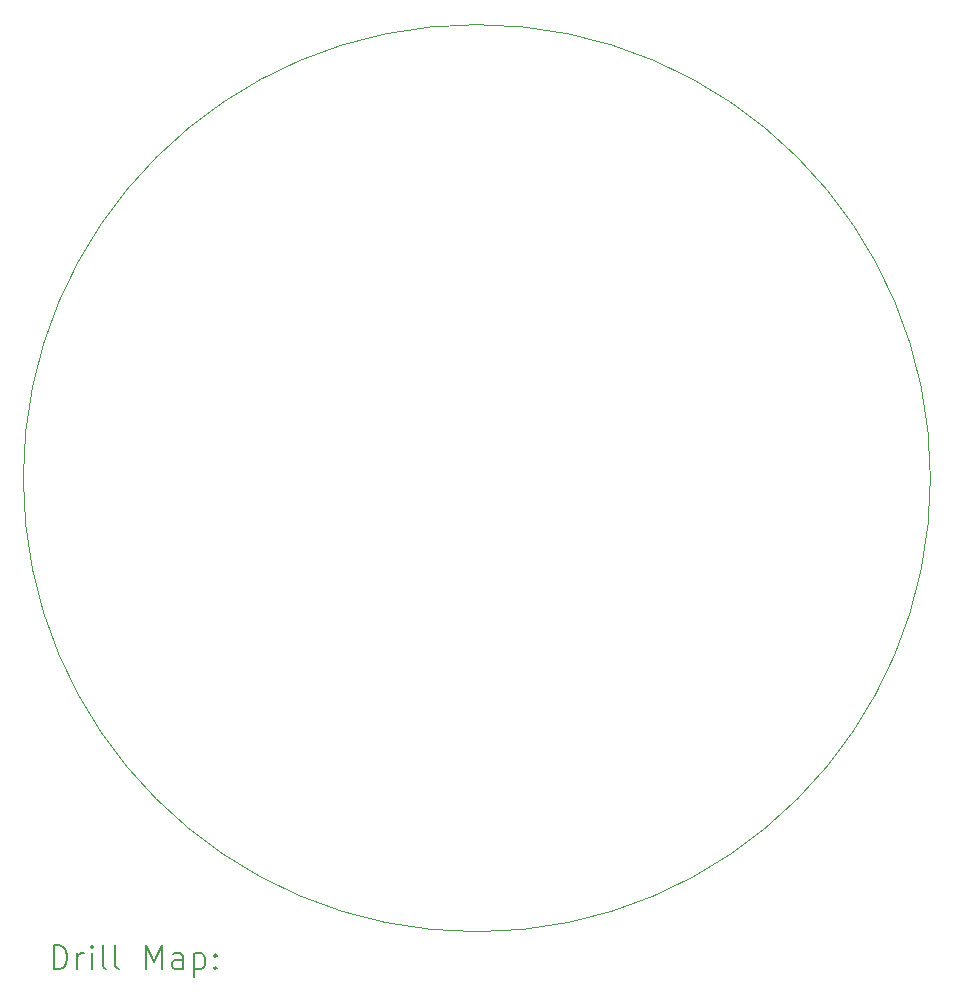
<source format=gbr>
%TF.GenerationSoftware,KiCad,Pcbnew,8.0.4*%
%TF.CreationDate,2025-04-17T01:05:11+02:00*%
%TF.ProjectId,buck_mcu_stage,6275636b-5f6d-4637-955f-73746167652e,rev?*%
%TF.SameCoordinates,Original*%
%TF.FileFunction,Drillmap*%
%TF.FilePolarity,Positive*%
%FSLAX45Y45*%
G04 Gerber Fmt 4.5, Leading zero omitted, Abs format (unit mm)*
G04 Created by KiCad (PCBNEW 8.0.4) date 2025-04-17 01:05:11*
%MOMM*%
%LPD*%
G01*
G04 APERTURE LIST*
%ADD10C,0.100000*%
%ADD11C,0.200000*%
G04 APERTURE END LIST*
D10*
X18840000Y-10000000D02*
G75*
G02*
X11160000Y-10000000I-3840000J0D01*
G01*
X11160000Y-10000000D02*
G75*
G02*
X18840000Y-10000000I3840000J0D01*
G01*
D11*
X11415777Y-14156484D02*
X11415777Y-13956484D01*
X11415777Y-13956484D02*
X11463396Y-13956484D01*
X11463396Y-13956484D02*
X11491967Y-13966008D01*
X11491967Y-13966008D02*
X11511015Y-13985055D01*
X11511015Y-13985055D02*
X11520539Y-14004103D01*
X11520539Y-14004103D02*
X11530062Y-14042198D01*
X11530062Y-14042198D02*
X11530062Y-14070769D01*
X11530062Y-14070769D02*
X11520539Y-14108865D01*
X11520539Y-14108865D02*
X11511015Y-14127912D01*
X11511015Y-14127912D02*
X11491967Y-14146960D01*
X11491967Y-14146960D02*
X11463396Y-14156484D01*
X11463396Y-14156484D02*
X11415777Y-14156484D01*
X11615777Y-14156484D02*
X11615777Y-14023150D01*
X11615777Y-14061246D02*
X11625301Y-14042198D01*
X11625301Y-14042198D02*
X11634824Y-14032674D01*
X11634824Y-14032674D02*
X11653872Y-14023150D01*
X11653872Y-14023150D02*
X11672920Y-14023150D01*
X11739586Y-14156484D02*
X11739586Y-14023150D01*
X11739586Y-13956484D02*
X11730062Y-13966008D01*
X11730062Y-13966008D02*
X11739586Y-13975531D01*
X11739586Y-13975531D02*
X11749110Y-13966008D01*
X11749110Y-13966008D02*
X11739586Y-13956484D01*
X11739586Y-13956484D02*
X11739586Y-13975531D01*
X11863396Y-14156484D02*
X11844348Y-14146960D01*
X11844348Y-14146960D02*
X11834824Y-14127912D01*
X11834824Y-14127912D02*
X11834824Y-13956484D01*
X11968158Y-14156484D02*
X11949110Y-14146960D01*
X11949110Y-14146960D02*
X11939586Y-14127912D01*
X11939586Y-14127912D02*
X11939586Y-13956484D01*
X12196729Y-14156484D02*
X12196729Y-13956484D01*
X12196729Y-13956484D02*
X12263396Y-14099341D01*
X12263396Y-14099341D02*
X12330062Y-13956484D01*
X12330062Y-13956484D02*
X12330062Y-14156484D01*
X12511015Y-14156484D02*
X12511015Y-14051722D01*
X12511015Y-14051722D02*
X12501491Y-14032674D01*
X12501491Y-14032674D02*
X12482443Y-14023150D01*
X12482443Y-14023150D02*
X12444348Y-14023150D01*
X12444348Y-14023150D02*
X12425301Y-14032674D01*
X12511015Y-14146960D02*
X12491967Y-14156484D01*
X12491967Y-14156484D02*
X12444348Y-14156484D01*
X12444348Y-14156484D02*
X12425301Y-14146960D01*
X12425301Y-14146960D02*
X12415777Y-14127912D01*
X12415777Y-14127912D02*
X12415777Y-14108865D01*
X12415777Y-14108865D02*
X12425301Y-14089817D01*
X12425301Y-14089817D02*
X12444348Y-14080293D01*
X12444348Y-14080293D02*
X12491967Y-14080293D01*
X12491967Y-14080293D02*
X12511015Y-14070769D01*
X12606253Y-14023150D02*
X12606253Y-14223150D01*
X12606253Y-14032674D02*
X12625301Y-14023150D01*
X12625301Y-14023150D02*
X12663396Y-14023150D01*
X12663396Y-14023150D02*
X12682443Y-14032674D01*
X12682443Y-14032674D02*
X12691967Y-14042198D01*
X12691967Y-14042198D02*
X12701491Y-14061246D01*
X12701491Y-14061246D02*
X12701491Y-14118388D01*
X12701491Y-14118388D02*
X12691967Y-14137436D01*
X12691967Y-14137436D02*
X12682443Y-14146960D01*
X12682443Y-14146960D02*
X12663396Y-14156484D01*
X12663396Y-14156484D02*
X12625301Y-14156484D01*
X12625301Y-14156484D02*
X12606253Y-14146960D01*
X12787205Y-14137436D02*
X12796729Y-14146960D01*
X12796729Y-14146960D02*
X12787205Y-14156484D01*
X12787205Y-14156484D02*
X12777682Y-14146960D01*
X12777682Y-14146960D02*
X12787205Y-14137436D01*
X12787205Y-14137436D02*
X12787205Y-14156484D01*
X12787205Y-14032674D02*
X12796729Y-14042198D01*
X12796729Y-14042198D02*
X12787205Y-14051722D01*
X12787205Y-14051722D02*
X12777682Y-14042198D01*
X12777682Y-14042198D02*
X12787205Y-14032674D01*
X12787205Y-14032674D02*
X12787205Y-14051722D01*
M02*

</source>
